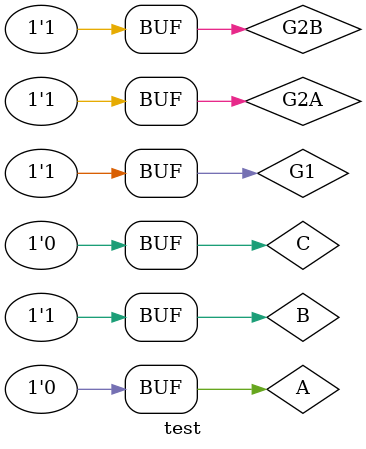
<source format=v>
`timescale 1ns / 1ps


module test;

	// Inputs
	reg G1;
	reg G2A;
	reg G2B;
	reg C;
	reg B;
	reg A;

	// Outputs
	wire [7:0] Y;

	// Instantiate the Unit Under Test (UUT)
	demo03 uut (
		.G1(G1), 
		.G2A(G2A), 
		.G2B(G2B), 
		.C(C), 
		.B(B), 
		.A(A), 
		.Y(Y)
	);

	initial begin
		// Initialize Inputs
		G1 = 0;
		G2A = 0;
		G2B = 0;
		C = 0;
		B = 0;
		A = 0;

		// Wait 100 ns for global reset to finish
		#100;
        
		// Add stimulus here
		#100;
		G1 = 0;G2A = 1;G2B = 0;C = 0;B = 0;A = 0;
		
		#100;
		G1 = 1;G2A = 0;G2B = 1;C = 0;B = 0;A = 1;
		
		#100;
		G1 = 1;G2A = 1;G2B = 1;C = 0;B = 0;A = 0;
		
		#100;
		G1 = 1;G2A = 1;G2B = 1;C = 0;B = 0;A = 1;
		
		#100;
		G1 = 1;G2A = 1;G2B = 1;C = 0;B = 1;A = 0;
		

	end
      
endmodule


</source>
